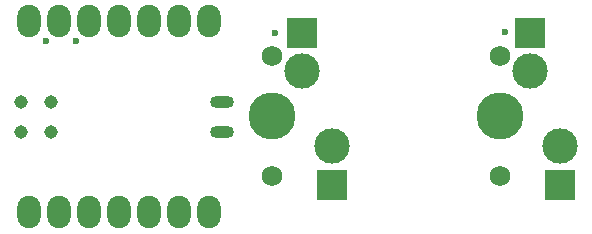
<source format=gbr>
G04 #@! TF.GenerationSoftware,KiCad,Pcbnew,8.0.6*
G04 #@! TF.CreationDate,2025-06-27T19:48:10+01:00*
G04 #@! TF.ProjectId,2x1,3278312e-6b69-4636-9164-5f7063625858,0.1*
G04 #@! TF.SameCoordinates,Original*
G04 #@! TF.FileFunction,Soldermask,Bot*
G04 #@! TF.FilePolarity,Negative*
%FSLAX46Y46*%
G04 Gerber Fmt 4.6, Leading zero omitted, Abs format (unit mm)*
G04 Created by KiCad (PCBNEW 8.0.6) date 2025-06-27 19:48:10*
%MOMM*%
%LPD*%
G01*
G04 APERTURE LIST*
%ADD10C,1.750000*%
%ADD11C,3.000000*%
%ADD12C,3.987800*%
%ADD13R,2.500000X2.550000*%
%ADD14O,1.998980X2.748280*%
%ADD15O,2.032000X1.016000*%
%ADD16C,1.143000*%
%ADD17C,0.600000*%
G04 APERTURE END LIST*
D10*
X122003942Y-58420000D03*
D11*
X124543942Y-59690000D03*
D12*
X122003942Y-63500000D03*
D11*
X127083942Y-66040000D03*
D10*
X122003942Y-68580000D03*
D13*
X124543942Y-56415000D03*
X127083942Y-69342000D03*
D10*
X102656876Y-58420000D03*
D11*
X105196876Y-59690000D03*
D12*
X102656876Y-63500000D03*
D11*
X107736876Y-66040000D03*
D10*
X102656876Y-68580000D03*
D13*
X105196876Y-56415000D03*
X107736876Y-69342000D03*
D14*
X82112942Y-55450000D03*
X84652942Y-55450000D03*
X87192942Y-55450000D03*
X89732942Y-55450000D03*
X92272942Y-55450000D03*
X94812942Y-55450000D03*
X97352942Y-55450000D03*
X97352942Y-71614560D03*
X94812942Y-71614560D03*
X92272942Y-71614560D03*
X89732942Y-71614560D03*
X87192942Y-71614560D03*
X84652942Y-71614560D03*
X82112942Y-71614560D03*
D15*
X98430762Y-62316880D03*
X98430762Y-64866880D03*
D16*
X81426575Y-62315683D03*
X81426575Y-64855683D03*
X83966575Y-62315683D03*
X83966575Y-64855683D03*
D17*
X102910000Y-56410000D03*
X83522942Y-57150000D03*
X122384942Y-56388000D03*
X86062942Y-57150000D03*
M02*

</source>
